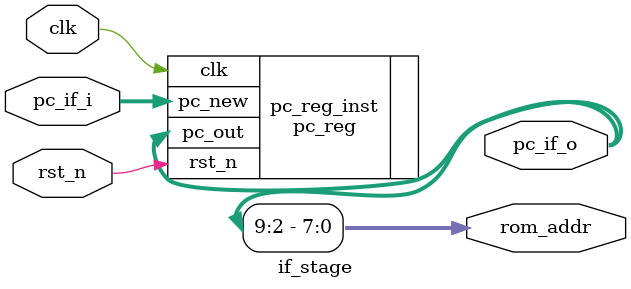
<source format=v>


module if_stage(
	input clk,
	input rst_n,
	input [31:0]pc_if_i,  
	output [31:0]pc_if_o,
	output [7:0]rom_addr

    );

	pc_reg pc_reg_inst (
    .clk(clk), 
    .rst_n(rst_n), 
    .pc_new(pc_if_i),      //下一个时钟周期的pc值
    .pc_out(pc_if_o)      //更新后的pc值
    );
	
	assign rom_addr=pc_if_o[9:2];    //指令在rom中的地址

endmodule



</source>
